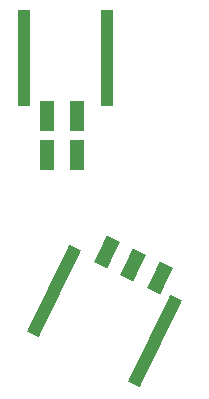
<source format=gbr>
%TF.GenerationSoftware,KiCad,Pcbnew,(7.0.0)*%
%TF.CreationDate,2023-03-21T20:59:30-07:00*%
%TF.ProjectId,Ladder LEDs v1,4c616464-6572-4204-9c45-44732076312e,rev?*%
%TF.SameCoordinates,Original*%
%TF.FileFunction,Paste,Top*%
%TF.FilePolarity,Positive*%
%FSLAX46Y46*%
G04 Gerber Fmt 4.6, Leading zero omitted, Abs format (unit mm)*
G04 Created by KiCad (PCBNEW (7.0.0)) date 2023-03-21 20:59:30*
%MOMM*%
%LPD*%
G01*
G04 APERTURE LIST*
G04 Aperture macros list*
%AMRotRect*
0 Rectangle, with rotation*
0 The origin of the aperture is its center*
0 $1 length*
0 $2 width*
0 $3 Rotation angle, in degrees counterclockwise*
0 Add horizontal line*
21,1,$1,$2,0,0,$3*%
G04 Aperture macros list end*
%ADD10R,1.240000X2.500000*%
%ADD11R,1.100000X8.200000*%
%ADD12RotRect,1.240000X2.500000X334.000000*%
%ADD13RotRect,1.100000X8.200000X334.000000*%
G04 APERTURE END LIST*
D10*
%TO.C,J2*%
X145679999Y-98829999D03*
X148179999Y-98829999D03*
X145679999Y-95529999D03*
X148179999Y-95529999D03*
D11*
X150749999Y-90599999D03*
X143709999Y-90599999D03*
%TD*%
D12*
%TO.C,J1*%
X155193970Y-109241855D03*
X152946985Y-108145927D03*
X150699999Y-107049999D03*
D13*
X146228929Y-110354440D03*
X154803424Y-114536501D03*
%TD*%
M02*

</source>
